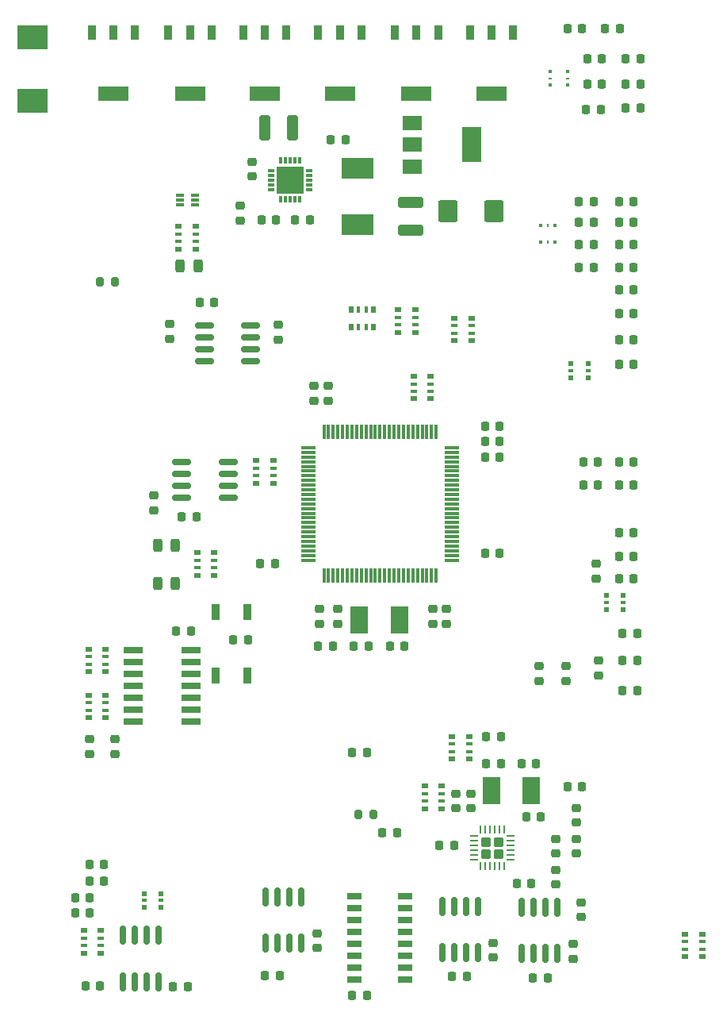
<source format=gbr>
%TF.GenerationSoftware,KiCad,Pcbnew,5.99.0-unknown-14cba9723f~116~ubuntu18.04.1*%
%TF.CreationDate,2021-02-18T14:37:27+01:00*%
%TF.ProjectId,Uni_Printer,556e695f-5072-4696-9e74-65722e6b6963,rev?*%
%TF.SameCoordinates,PX48009e0PY88da2e0*%
%TF.FileFunction,Paste,Top*%
%TF.FilePolarity,Positive*%
%FSLAX46Y46*%
G04 Gerber Fmt 4.6, Leading zero omitted, Abs format (unit mm)*
G04 Created by KiCad (PCBNEW 5.99.0-unknown-14cba9723f~116~ubuntu18.04.1) date 2021-02-18 14:37:27*
%MOMM*%
%LPD*%
G01*
G04 APERTURE LIST*
G04 Aperture macros list*
%AMRoundRect*
0 Rectangle with rounded corners*
0 $1 Rounding radius*
0 $2 $3 $4 $5 $6 $7 $8 $9 X,Y pos of 4 corners*
0 Add a 4 corners polygon primitive as box body*
4,1,4,$2,$3,$4,$5,$6,$7,$8,$9,$2,$3,0*
0 Add four circle primitives for the rounded corners*
1,1,$1+$1,$2,$3*
1,1,$1+$1,$4,$5*
1,1,$1+$1,$6,$7*
1,1,$1+$1,$8,$9*
0 Add four rect primitives between the rounded corners*
20,1,$1+$1,$2,$3,$4,$5,0*
20,1,$1+$1,$4,$5,$6,$7,0*
20,1,$1+$1,$6,$7,$8,$9,0*
20,1,$1+$1,$8,$9,$2,$3,0*%
G04 Aperture macros list end*
%ADD10R,0.900000X1.700000*%
%ADD11RoundRect,0.225000X-0.250000X0.225000X-0.250000X-0.225000X0.250000X-0.225000X0.250000X0.225000X0*%
%ADD12RoundRect,0.218750X-0.218750X-0.256250X0.218750X-0.256250X0.218750X0.256250X-0.218750X0.256250X0*%
%ADD13RoundRect,0.218750X0.218750X0.256250X-0.218750X0.256250X-0.218750X-0.256250X0.218750X-0.256250X0*%
%ADD14RoundRect,0.218750X-0.256250X0.218750X-0.256250X-0.218750X0.256250X-0.218750X0.256250X0.218750X0*%
%ADD15RoundRect,0.218750X0.256250X-0.218750X0.256250X0.218750X-0.256250X0.218750X-0.256250X-0.218750X0*%
%ADD16RoundRect,0.243750X-0.243750X-0.456250X0.243750X-0.456250X0.243750X0.456250X-0.243750X0.456250X0*%
%ADD17RoundRect,0.225000X0.250000X-0.225000X0.250000X0.225000X-0.250000X0.225000X-0.250000X-0.225000X0*%
%ADD18RoundRect,0.225000X-0.225000X-0.250000X0.225000X-0.250000X0.225000X0.250000X-0.225000X0.250000X0*%
%ADD19R,2.032000X0.660400*%
%ADD20R,0.800000X0.500000*%
%ADD21R,0.800000X0.400000*%
%ADD22R,0.500000X0.800000*%
%ADD23R,0.400000X0.800000*%
%ADD24RoundRect,0.150000X0.825000X0.150000X-0.825000X0.150000X-0.825000X-0.150000X0.825000X-0.150000X0*%
%ADD25R,0.420000X0.420000*%
%ADD26R,0.280000X0.420000*%
%ADD27R,0.420000X0.280000*%
%ADD28R,1.950000X2.950000*%
%ADD29RoundRect,0.150000X-0.150000X0.825000X-0.150000X-0.825000X0.150000X-0.825000X0.150000X0.825000X0*%
%ADD30R,3.300000X2.500000*%
%ADD31R,0.850000X0.300000*%
%ADD32RoundRect,0.250000X-0.325000X-1.100000X0.325000X-1.100000X0.325000X1.100000X-0.325000X1.100000X0*%
%ADD33R,0.900000X1.500000*%
%ADD34R,3.200000X1.500000*%
%ADD35R,0.600000X0.600000*%
%ADD36R,0.600000X0.400000*%
%ADD37RoundRect,0.250000X1.100000X-0.325000X1.100000X0.325000X-1.100000X0.325000X-1.100000X-0.325000X0*%
%ADD38R,0.300000X0.700000*%
%ADD39R,0.700000X0.300000*%
%ADD40R,2.950000X2.950000*%
%ADD41RoundRect,0.200000X-0.200000X-0.275000X0.200000X-0.275000X0.200000X0.275000X-0.200000X0.275000X0*%
%ADD42R,1.525000X0.650000*%
%ADD43RoundRect,0.075000X0.075000X-0.725000X0.075000X0.725000X-0.075000X0.725000X-0.075000X-0.725000X0*%
%ADD44RoundRect,0.075000X0.725000X-0.075000X0.725000X0.075000X-0.725000X0.075000X-0.725000X-0.075000X0*%
%ADD45RoundRect,0.225000X0.225000X0.250000X-0.225000X0.250000X-0.225000X-0.250000X0.225000X-0.250000X0*%
%ADD46R,2.000000X1.500000*%
%ADD47R,2.000000X3.800000*%
%ADD48R,3.500000X2.300000*%
%ADD49RoundRect,0.250000X-0.275000X0.275000X-0.275000X-0.275000X0.275000X-0.275000X0.275000X0.275000X0*%
%ADD50RoundRect,0.062500X-0.062500X0.350000X-0.062500X-0.350000X0.062500X-0.350000X0.062500X0.350000X0*%
%ADD51RoundRect,0.062500X-0.350000X0.062500X-0.350000X-0.062500X0.350000X-0.062500X0.350000X0.062500X0*%
%ADD52RoundRect,0.250000X0.787500X0.925000X-0.787500X0.925000X-0.787500X-0.925000X0.787500X-0.925000X0*%
G04 APERTURE END LIST*
D10*
X23200000Y45400000D03*
X26600000Y45400000D03*
X23200000Y52200000D03*
X26600000Y52200000D03*
D11*
X46400000Y52475000D03*
X46400000Y50925000D03*
D12*
X62012500Y93700000D03*
X63587500Y93700000D03*
X62912500Y108500000D03*
X64487500Y108500000D03*
X62012500Y88900000D03*
X63587500Y88900000D03*
D13*
X68587500Y108500000D03*
X67012500Y108500000D03*
X63587500Y95900000D03*
X62012500Y95900000D03*
D12*
X66312500Y88900000D03*
X67887500Y88900000D03*
D13*
X67887500Y95900000D03*
X66312500Y95900000D03*
D14*
X47900000Y52487500D03*
X47900000Y50912500D03*
D15*
X33700000Y74712500D03*
X33700000Y76287500D03*
D12*
X19612500Y62300000D03*
X21187500Y62300000D03*
D16*
X17062500Y59300000D03*
X18937500Y59300000D03*
D14*
X36300000Y52487500D03*
X36300000Y50912500D03*
D13*
X29587500Y57300000D03*
X28012500Y57300000D03*
D17*
X35300000Y74725000D03*
X35300000Y76275000D03*
D14*
X34300000Y52500000D03*
X34300000Y50925000D03*
D18*
X52025000Y68700000D03*
X53575000Y68700000D03*
X52025000Y70350000D03*
X53575000Y70350000D03*
D12*
X52012500Y72000000D03*
X53587500Y72000000D03*
D14*
X12500000Y38587500D03*
X12500000Y37012500D03*
X64100000Y46987500D03*
X64100000Y45412500D03*
D13*
X53687500Y38900000D03*
X52112500Y38900000D03*
X35775000Y48500000D03*
X34200000Y48500000D03*
D12*
X8212500Y20100000D03*
X9787500Y20100000D03*
D13*
X26687500Y49200000D03*
X25112500Y49200000D03*
D15*
X52900000Y15312500D03*
X52900000Y16887500D03*
D19*
X14426600Y48110000D03*
X14426600Y46840000D03*
X14426600Y45570000D03*
X14426600Y44300000D03*
X14426600Y43030000D03*
X14426600Y41760000D03*
X14426600Y40490000D03*
X20573400Y40490000D03*
X20573400Y41760000D03*
X20573400Y43030000D03*
X20573400Y44300000D03*
X20573400Y45570000D03*
X20573400Y46840000D03*
X20573400Y48110000D03*
D12*
X48512500Y13300000D03*
X50087500Y13300000D03*
D20*
X11500000Y45800000D03*
D21*
X11500000Y46600000D03*
X11500000Y47400000D03*
D20*
X11500000Y48200000D03*
X9700000Y48200000D03*
D21*
X9700000Y47400000D03*
X9700000Y46600000D03*
D20*
X9700000Y45800000D03*
X29400000Y65900000D03*
D21*
X29400000Y66700000D03*
X29400000Y67500000D03*
D20*
X29400000Y68300000D03*
X27600000Y68300000D03*
D21*
X27600000Y67500000D03*
X27600000Y66700000D03*
D20*
X27600000Y65900000D03*
D22*
X37700000Y82600000D03*
D23*
X38500000Y82600000D03*
X39300000Y82600000D03*
D22*
X40100000Y82600000D03*
X40100000Y84400000D03*
D23*
X39300000Y84400000D03*
X38500000Y84400000D03*
D22*
X37700000Y84400000D03*
D20*
X50300000Y36500000D03*
D21*
X50300000Y37300000D03*
X50300000Y38100000D03*
D20*
X50300000Y38900000D03*
X48500000Y38900000D03*
D21*
X48500000Y38100000D03*
X48500000Y37300000D03*
D20*
X48500000Y36500000D03*
X21300000Y58500000D03*
D21*
X21300000Y57700000D03*
X21300000Y56900000D03*
D20*
X21300000Y56100000D03*
X23100000Y56100000D03*
D21*
X23100000Y56900000D03*
X23100000Y57700000D03*
D20*
X23100000Y58500000D03*
D12*
X57112500Y13100000D03*
X58687500Y13100000D03*
D20*
X11500000Y40900000D03*
D21*
X11500000Y41700000D03*
X11500000Y42500000D03*
D20*
X11500000Y43300000D03*
X9700000Y43300000D03*
D21*
X9700000Y42500000D03*
X9700000Y41700000D03*
D20*
X9700000Y40900000D03*
D14*
X9800000Y38587500D03*
X9800000Y37012500D03*
D13*
X68600000Y105900000D03*
X67025000Y105900000D03*
D14*
X16600000Y64587500D03*
X16600000Y63012500D03*
D24*
X24575000Y64395000D03*
X24575000Y65665000D03*
X24575000Y66935000D03*
X24575000Y68205000D03*
X19625000Y68205000D03*
X19625000Y66935000D03*
X19625000Y65665000D03*
X19625000Y64395000D03*
D12*
X38012500Y48500000D03*
X39587500Y48500000D03*
D13*
X43400000Y48500000D03*
X41825000Y48500000D03*
D24*
X26975000Y78895000D03*
X26975000Y80165000D03*
X26975000Y81435000D03*
X26975000Y82705000D03*
X22025000Y82705000D03*
X22025000Y81435000D03*
X22025000Y80165000D03*
X22025000Y78895000D03*
D13*
X63587500Y91400000D03*
X62012500Y91400000D03*
D12*
X66712500Y47000000D03*
X68287500Y47000000D03*
D15*
X61400000Y15200000D03*
X61400000Y16775000D03*
D13*
X68275000Y43800000D03*
X66700000Y43800000D03*
D25*
X59450000Y93400000D03*
D26*
X58700000Y93400000D03*
D25*
X57950000Y93400000D03*
X57950000Y91600000D03*
D26*
X58700000Y91600000D03*
D25*
X59450000Y91600000D03*
D12*
X66312500Y93700000D03*
X67887500Y93700000D03*
D13*
X67887500Y91400000D03*
X66312500Y91400000D03*
D12*
X66712500Y49900000D03*
X68287500Y49900000D03*
D25*
X60800000Y108350000D03*
D27*
X60800000Y109100000D03*
D25*
X60800000Y109850000D03*
X59000000Y109850000D03*
D27*
X59000000Y109100000D03*
D25*
X59000000Y108350000D03*
D13*
X64387500Y105800000D03*
X62812500Y105800000D03*
D28*
X38550000Y51300000D03*
X42850000Y51300000D03*
D29*
X51305000Y20775000D03*
X50035000Y20775000D03*
X48765000Y20775000D03*
X47495000Y20775000D03*
X47495000Y15825000D03*
X48765000Y15825000D03*
X50035000Y15825000D03*
X51305000Y15825000D03*
X59705000Y20675000D03*
X58435000Y20675000D03*
X57165000Y20675000D03*
X55895000Y20675000D03*
X55895000Y15725000D03*
X57165000Y15725000D03*
X58435000Y15725000D03*
X59705000Y15725000D03*
D13*
X39387500Y11300000D03*
X37812500Y11300000D03*
D30*
X3700000Y106700000D03*
X3700000Y113500000D03*
D31*
X21000000Y95600000D03*
X21000000Y96100000D03*
X21000000Y96600000D03*
X19400000Y96600000D03*
X19400000Y96100000D03*
X19400000Y95600000D03*
D15*
X18300000Y81312500D03*
X18300000Y82887500D03*
D13*
X67887500Y78600000D03*
X66312500Y78600000D03*
X66387500Y114400000D03*
X64812500Y114400000D03*
D32*
X28525000Y103800000D03*
X31475000Y103800000D03*
D15*
X60700000Y44812500D03*
X60700000Y46387500D03*
D33*
X14600000Y113950000D03*
X12300000Y113950000D03*
X10000000Y113950000D03*
D34*
X12300000Y107450000D03*
D12*
X21512500Y85200000D03*
X23087500Y85200000D03*
D33*
X30800000Y113950000D03*
X28500000Y113950000D03*
X26200000Y113950000D03*
D34*
X28500000Y107450000D03*
D13*
X68587500Y111200000D03*
X67012500Y111200000D03*
D17*
X50500000Y31225000D03*
X50500000Y32775000D03*
D33*
X22800000Y113950000D03*
X20500000Y113950000D03*
X18200000Y113950000D03*
D34*
X20500000Y107450000D03*
D14*
X59600000Y24687500D03*
X59600000Y23112500D03*
D12*
X66312500Y65700000D03*
X67887500Y65700000D03*
D29*
X32405000Y21775000D03*
X31135000Y21775000D03*
X29865000Y21775000D03*
X28595000Y21775000D03*
X28595000Y16825000D03*
X29865000Y16825000D03*
X31135000Y16825000D03*
X32405000Y16825000D03*
D15*
X61800000Y29712500D03*
X61800000Y31287500D03*
D13*
X64087500Y65700000D03*
X62512500Y65700000D03*
D20*
X73400000Y17800000D03*
D21*
X73400000Y17000000D03*
X73400000Y16200000D03*
D20*
X73400000Y15400000D03*
X75200000Y15400000D03*
D21*
X75200000Y16200000D03*
X75200000Y17000000D03*
D20*
X75200000Y17800000D03*
D13*
X64487500Y111200000D03*
X62912500Y111200000D03*
D33*
X38800000Y113950000D03*
X36500000Y113950000D03*
X34200000Y113950000D03*
D34*
X36500000Y107450000D03*
D33*
X55000000Y113950000D03*
X52700000Y113950000D03*
X50400000Y113950000D03*
D34*
X52700000Y107450000D03*
D12*
X37812500Y37200000D03*
X39387500Y37200000D03*
D13*
X20587500Y50100000D03*
X19012500Y50100000D03*
D20*
X21100000Y90900000D03*
D21*
X21100000Y91700000D03*
X21100000Y92500000D03*
D20*
X21100000Y93300000D03*
X19300000Y93300000D03*
D21*
X19300000Y92500000D03*
X19300000Y91700000D03*
D20*
X19300000Y90900000D03*
D16*
X17062500Y55200000D03*
X18937500Y55200000D03*
D35*
X15600000Y22150000D03*
D36*
X15600000Y21400000D03*
D35*
X15600000Y20650000D03*
X17400000Y20650000D03*
D36*
X17400000Y21400000D03*
D35*
X17400000Y22150000D03*
D14*
X63900000Y57287500D03*
X63900000Y55712500D03*
D15*
X57800000Y44812500D03*
X57800000Y46387500D03*
D37*
X44050000Y92925000D03*
X44050000Y95875000D03*
D20*
X44400000Y77300000D03*
D21*
X44400000Y76500000D03*
X44400000Y75700000D03*
D20*
X44400000Y74900000D03*
X46200000Y74900000D03*
D21*
X46200000Y75700000D03*
X46200000Y76500000D03*
D20*
X46200000Y77300000D03*
D12*
X28512500Y13400000D03*
X30087500Y13400000D03*
X66312500Y81200000D03*
X67887500Y81200000D03*
D38*
X32200000Y100300000D03*
X31700000Y100300000D03*
X31200000Y100300000D03*
X30700000Y100300000D03*
X30200000Y100300000D03*
D39*
X29150000Y99250000D03*
X29150000Y98750000D03*
X29150000Y98250000D03*
X29150000Y97750000D03*
X29150000Y97250000D03*
D38*
X30200000Y96200000D03*
X30700000Y96200000D03*
X31200000Y96200000D03*
X31700000Y96200000D03*
X32200000Y96200000D03*
D39*
X33250000Y97250000D03*
X33250000Y97750000D03*
X33250000Y98250000D03*
X33250000Y98750000D03*
X33250000Y99250000D03*
D40*
X31200000Y98250000D03*
D28*
X52662500Y33150000D03*
X56962500Y33150000D03*
D20*
X47350000Y31200000D03*
D21*
X47350000Y32000000D03*
X47350000Y32800000D03*
D20*
X47350000Y33600000D03*
X45550000Y33600000D03*
D21*
X45550000Y32800000D03*
X45550000Y32000000D03*
D20*
X45550000Y31200000D03*
D13*
X57987500Y30300000D03*
X56412500Y30300000D03*
D14*
X61800000Y27987500D03*
X61800000Y26412500D03*
D15*
X59600000Y26412500D03*
X59600000Y27987500D03*
D41*
X10875000Y87400000D03*
X12525000Y87400000D03*
D14*
X27100000Y100187500D03*
X27100000Y98612500D03*
D13*
X53687500Y36000000D03*
X52112500Y36000000D03*
D35*
X66800000Y52450000D03*
D36*
X66800000Y53200000D03*
D35*
X66800000Y53950000D03*
X65000000Y53950000D03*
D36*
X65000000Y53200000D03*
D35*
X65000000Y52450000D03*
D12*
X9312500Y12300000D03*
X10887500Y12300000D03*
D14*
X62300000Y21187500D03*
X62300000Y19612500D03*
D33*
X47000000Y113950000D03*
X44700000Y113950000D03*
X42400000Y113950000D03*
D34*
X44700000Y107450000D03*
D12*
X47112500Y27275000D03*
X48687500Y27275000D03*
X18700000Y12200000D03*
X20275000Y12200000D03*
X60812500Y114400000D03*
X62387500Y114400000D03*
D41*
X38475000Y30600000D03*
X40125000Y30600000D03*
D17*
X29900000Y81225000D03*
X29900000Y82775000D03*
D42*
X43482000Y12955000D03*
X43482000Y14225000D03*
X43482000Y15495000D03*
X43482000Y16765000D03*
X43482000Y18035000D03*
X43482000Y19305000D03*
X43482000Y20575000D03*
X43482000Y21845000D03*
X38058000Y21845000D03*
X38058000Y20575000D03*
X38058000Y19305000D03*
X38058000Y18035000D03*
X38058000Y16765000D03*
X38058000Y15495000D03*
X38058000Y14225000D03*
X38058000Y12955000D03*
D12*
X55912500Y36000000D03*
X57487500Y36000000D03*
D14*
X25900000Y95487500D03*
X25900000Y93912500D03*
D18*
X8250000Y21700000D03*
X9800000Y21700000D03*
D13*
X62387500Y33500000D03*
X60812500Y33500000D03*
X42587500Y28600000D03*
X41012500Y28600000D03*
D43*
X34800000Y56025000D03*
X35300000Y56025000D03*
X35800000Y56025000D03*
X36300000Y56025000D03*
X36800000Y56025000D03*
X37300000Y56025000D03*
X37800000Y56025000D03*
X38300000Y56025000D03*
X38800000Y56025000D03*
X39300000Y56025000D03*
X39800000Y56025000D03*
X40300000Y56025000D03*
X40800000Y56025000D03*
X41300000Y56025000D03*
X41800000Y56025000D03*
X42300000Y56025000D03*
X42800000Y56025000D03*
X43300000Y56025000D03*
X43800000Y56025000D03*
X44300000Y56025000D03*
X44800000Y56025000D03*
X45300000Y56025000D03*
X45800000Y56025000D03*
X46300000Y56025000D03*
X46800000Y56025000D03*
D44*
X48475000Y57700000D03*
X48475000Y58200000D03*
X48475000Y58700000D03*
X48475000Y59200000D03*
X48475000Y59700000D03*
X48475000Y60200000D03*
X48475000Y60700000D03*
X48475000Y61200000D03*
X48475000Y61700000D03*
X48475000Y62200000D03*
X48475000Y62700000D03*
X48475000Y63200000D03*
X48475000Y63700000D03*
X48475000Y64200000D03*
X48475000Y64700000D03*
X48475000Y65200000D03*
X48475000Y65700000D03*
X48475000Y66200000D03*
X48475000Y66700000D03*
X48475000Y67200000D03*
X48475000Y67700000D03*
X48475000Y68200000D03*
X48475000Y68700000D03*
X48475000Y69200000D03*
X48475000Y69700000D03*
D43*
X46800000Y71375000D03*
X46300000Y71375000D03*
X45800000Y71375000D03*
X45300000Y71375000D03*
X44800000Y71375000D03*
X44300000Y71375000D03*
X43800000Y71375000D03*
X43300000Y71375000D03*
X42800000Y71375000D03*
X42300000Y71375000D03*
X41800000Y71375000D03*
X41300000Y71375000D03*
X40800000Y71375000D03*
X40300000Y71375000D03*
X39800000Y71375000D03*
X39300000Y71375000D03*
X38800000Y71375000D03*
X38300000Y71375000D03*
X37800000Y71375000D03*
X37300000Y71375000D03*
X36800000Y71375000D03*
X36300000Y71375000D03*
X35800000Y71375000D03*
X35300000Y71375000D03*
X34800000Y71375000D03*
D44*
X33125000Y69700000D03*
X33125000Y69200000D03*
X33125000Y68700000D03*
X33125000Y68200000D03*
X33125000Y67700000D03*
X33125000Y67200000D03*
X33125000Y66700000D03*
X33125000Y66200000D03*
X33125000Y65700000D03*
X33125000Y65200000D03*
X33125000Y64700000D03*
X33125000Y64200000D03*
X33125000Y63700000D03*
X33125000Y63200000D03*
X33125000Y62700000D03*
X33125000Y62200000D03*
X33125000Y61700000D03*
X33125000Y61200000D03*
X33125000Y60700000D03*
X33125000Y60200000D03*
X33125000Y59700000D03*
X33125000Y59200000D03*
X33125000Y58700000D03*
X33125000Y58200000D03*
X33125000Y57700000D03*
D45*
X56975000Y23200000D03*
X55425000Y23200000D03*
D12*
X66312500Y86500000D03*
X67887500Y86500000D03*
X66312500Y58100000D03*
X67887500Y58100000D03*
D13*
X33287500Y94000000D03*
X31712500Y94000000D03*
D12*
X66312500Y68200000D03*
X67887500Y68200000D03*
D35*
X63000000Y77150000D03*
D36*
X63000000Y77900000D03*
D35*
X63000000Y78650000D03*
X61200000Y78650000D03*
D36*
X61200000Y77900000D03*
D35*
X61200000Y77150000D03*
D12*
X66312500Y84000000D03*
X67887500Y84000000D03*
X35512500Y102500000D03*
X37087500Y102500000D03*
D15*
X34100000Y16312500D03*
X34100000Y17887500D03*
D13*
X29687500Y94000000D03*
X28112500Y94000000D03*
D46*
X44250000Y104300000D03*
D47*
X50550000Y102000000D03*
D46*
X44250000Y102000000D03*
X44250000Y99700000D03*
D12*
X52012500Y58400000D03*
X53587500Y58400000D03*
D17*
X48900000Y31225000D03*
X48900000Y32775000D03*
D48*
X38400000Y99500000D03*
X38400000Y93500000D03*
D20*
X50550000Y81100000D03*
D21*
X50550000Y81900000D03*
X50550000Y82700000D03*
D20*
X50550000Y83500000D03*
X48750000Y83500000D03*
D21*
X48750000Y82700000D03*
X48750000Y81900000D03*
D20*
X48750000Y81100000D03*
D16*
X19462500Y89100000D03*
X21337500Y89100000D03*
D49*
X52150000Y27650000D03*
X52150000Y26350000D03*
X53450000Y26350000D03*
X53450000Y27650000D03*
D50*
X54050000Y28937500D03*
X53550000Y28937500D03*
X53050000Y28937500D03*
X52550000Y28937500D03*
X52050000Y28937500D03*
X51550000Y28937500D03*
D51*
X50862500Y28250000D03*
X50862500Y27750000D03*
X50862500Y27250000D03*
X50862500Y26750000D03*
X50862500Y26250000D03*
X50862500Y25750000D03*
D50*
X51550000Y25062500D03*
X52050000Y25062500D03*
X52550000Y25062500D03*
X53050000Y25062500D03*
X53550000Y25062500D03*
X54050000Y25062500D03*
D51*
X54737500Y25750000D03*
X54737500Y26250000D03*
X54737500Y26750000D03*
X54737500Y27250000D03*
X54737500Y27750000D03*
X54737500Y28250000D03*
D20*
X11000000Y15800000D03*
D21*
X11000000Y16600000D03*
X11000000Y17400000D03*
D20*
X11000000Y18200000D03*
X9200000Y18200000D03*
D21*
X9200000Y17400000D03*
X9200000Y16600000D03*
D20*
X9200000Y15800000D03*
D18*
X9775000Y25200000D03*
X11325000Y25200000D03*
D12*
X62512500Y68200000D03*
X64087500Y68200000D03*
X66312500Y60600000D03*
X67887500Y60600000D03*
D13*
X67887500Y55700000D03*
X66312500Y55700000D03*
D18*
X9775000Y23500000D03*
X11325000Y23500000D03*
D29*
X17105000Y17675000D03*
X15835000Y17675000D03*
X14565000Y17675000D03*
X13295000Y17675000D03*
X13295000Y12725000D03*
X14565000Y12725000D03*
X15835000Y12725000D03*
X17105000Y12725000D03*
D20*
X44550000Y82000000D03*
D21*
X44550000Y82800000D03*
X44550000Y83600000D03*
D20*
X44550000Y84400000D03*
X42750000Y84400000D03*
D21*
X42750000Y83600000D03*
X42750000Y82800000D03*
D20*
X42750000Y82000000D03*
D52*
X52962500Y94900000D03*
X48037500Y94900000D03*
M02*

</source>
